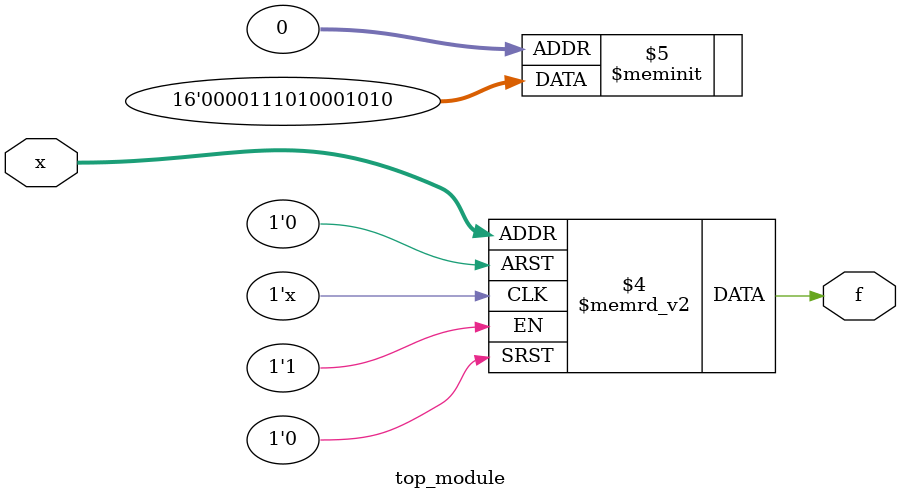
<source format=sv>
module top_module (
    input [4:1] x,
    output logic f
);

always_comb begin
    case (x)
        4'b0000, 4'b0101, 4'b1100, 4'b1111: f = 1'b0;
        4'b0001, 4'b0011, 4'b0111, 4'b1001, 4'b1010, 4'b1011: f = 1'b1;
        default: f = 1'b0; // Don't care condition
    endcase
end

endmodule

</source>
